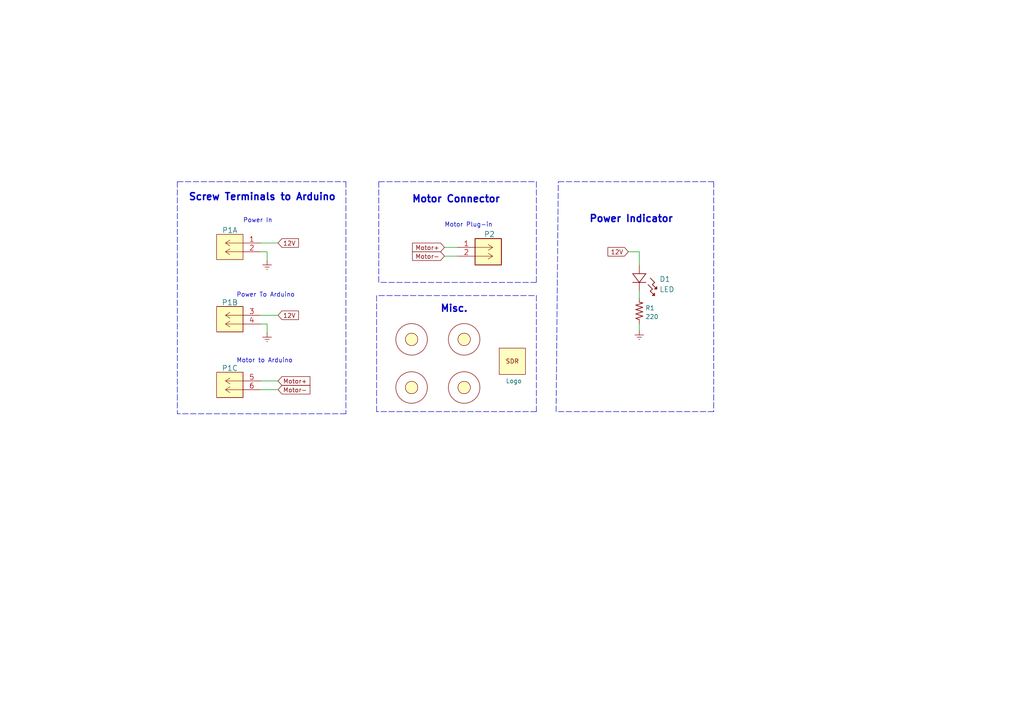
<source format=kicad_sch>
(kicad_sch (version 20211123) (generator eeschema)
  (paper "A4")
  (lib_symbols
    (symbol "Rotisserie_Chicken:282837-6" (pin_names (offset 0.254) hide)
      (property "Reference" "P" (at 8.89 6.35 0))
      (symbol "282837-6_0_1"
        (rectangle (start 5.08 2.54) (end 12.7 -4.826) (stroke (width 0.1524)) (fill (type background)))
      )
      (symbol "282837-6_1_1"
        (polyline (pts (xy 10.16 -2.54) (xy 5.08 -2.54)) (stroke (width 0.127)))
        (polyline (pts (xy 10.16 -2.54) (xy 8.89 -3.3782)) (stroke (width 0.127)))
        (polyline (pts (xy 10.16 -2.54) (xy 8.89 -1.7018)) (stroke (width 0.127)))
        (polyline (pts (xy 10.16 0) (xy 5.08 0)) (stroke (width 0.127)))
        (polyline (pts (xy 10.16 0) (xy 8.89 -0.8382)) (stroke (width 0.127)))
        (polyline (pts (xy 10.16 0) (xy 8.89 0.8382)) (stroke (width 0.127)))
        (pin passive line (at 0 0 0) (length 5.08) (name "5") (number "1"))
        (pin passive line (at 0 -2.54 0) (length 5.08) (name "6") (number "2"))
      )
      (symbol "282837-6_2_1"
        (polyline (pts (xy 5.08 2.54) (xy 5.08 -4.826)) (stroke (width 0.127)))
        (polyline (pts (xy 10.16 -2.54) (xy 5.08 -2.54)) (stroke (width 0.127)))
        (polyline (pts (xy 10.16 -2.54) (xy 8.89 -3.3782)) (stroke (width 0.127)))
        (polyline (pts (xy 10.16 -2.54) (xy 8.89 -1.7018)) (stroke (width 0.127)))
        (polyline (pts (xy 10.16 0) (xy 5.08 0)) (stroke (width 0.127)))
        (polyline (pts (xy 10.16 0) (xy 8.89 -0.8382)) (stroke (width 0.127)))
        (polyline (pts (xy 10.16 0) (xy 8.89 0.8382)) (stroke (width 0.127)))
        (polyline (pts (xy 12.7 -4.826) (xy 12.7 2.54)) (stroke (width 0.127)))
        (polyline (pts (xy 12.7 2.54) (xy 5.08 2.54)) (stroke (width 0.127)))
        (polyline (pts (xy 5.08 -4.826) (xy 8.382 -4.826) (xy 12.7 -4.826)) (stroke (width 0.127)))
        (pin passive line (at 0 0 0) (length 5.08) (name "5") (number "3"))
        (pin passive line (at 0 -2.54 0) (length 5.08) (name "6") (number "4"))
      )
      (symbol "282837-6_3_1"
        (polyline (pts (xy 5.08 2.54) (xy 5.08 -4.826)) (stroke (width 0.127)))
        (polyline (pts (xy 10.16 -2.54) (xy 5.08 -2.54)) (stroke (width 0.127)))
        (polyline (pts (xy 10.16 -2.54) (xy 8.89 -3.3782)) (stroke (width 0.127)))
        (polyline (pts (xy 10.16 -2.54) (xy 8.89 -1.7018)) (stroke (width 0.127)))
        (polyline (pts (xy 10.16 0) (xy 5.08 0)) (stroke (width 0.127)))
        (polyline (pts (xy 10.16 0) (xy 8.89 -0.8382)) (stroke (width 0.127)))
        (polyline (pts (xy 10.16 0) (xy 8.89 0.8382)) (stroke (width 0.127)))
        (polyline (pts (xy 12.7 -4.826) (xy 12.7 2.54)) (stroke (width 0.127)))
        (polyline (pts (xy 12.7 2.54) (xy 5.08 2.54)) (stroke (width 0.127)))
        (polyline (pts (xy 5.08 -4.826) (xy 8.382 -4.826) (xy 12.7 -4.826)) (stroke (width 0.127)))
        (pin passive line (at 0 0 0) (length 5.08) (name "5") (number "5"))
        (pin passive line (at 0 -2.54 0) (length 5.08) (name "6") (number "6"))
      )
    )
    (symbol "Rotisserie_Chicken:647676-2" (pin_names (offset 0.254) hide)
      (property "Reference" "P" (at 6.35 5.08 0))
      (symbol "647676-2_0_0"
        (rectangle (start 5.08 2.54) (end 12.7 -5.08) (stroke (width 0.254)) (fill (type background)))
      )
      (symbol "647676-2_1_1"
        (polyline (pts (xy 5.08 -5.08) (xy 12.7 -5.08)) (stroke (width 0.127)))
        (polyline (pts (xy 5.08 2.54) (xy 5.08 -5.08)) (stroke (width 0.127)))
        (polyline (pts (xy 10.16 -2.54) (xy 5.08 -2.54)) (stroke (width 0.127)))
        (polyline (pts (xy 10.16 -2.54) (xy 8.89 -3.3782)) (stroke (width 0.127)))
        (polyline (pts (xy 10.16 -2.54) (xy 8.89 -1.7018)) (stroke (width 0.127)))
        (polyline (pts (xy 10.16 0) (xy 5.08 0)) (stroke (width 0.127)))
        (polyline (pts (xy 10.16 0) (xy 8.89 -0.8382)) (stroke (width 0.127)))
        (polyline (pts (xy 10.16 0) (xy 8.89 0.8382)) (stroke (width 0.127)))
        (polyline (pts (xy 12.7 -5.08) (xy 12.7 2.54)) (stroke (width 0.127)))
        (polyline (pts (xy 12.7 2.54) (xy 5.08 2.54)) (stroke (width 0.127)))
        (pin passive line (at 0 0 0) (length 5.08) (name "1") (number "1"))
        (pin passive line (at 0 -2.54 0) (length 5.08) (name "2") (number "2"))
      )
    )
    (symbol "Rotisserie_Chicken:Earth" (power) (pin_names (offset 0))
      (symbol "Earth_0_1"
        (polyline (pts (xy -0.635 -1.905) (xy 0.635 -1.905)))
        (polyline (pts (xy -0.127 -2.54) (xy 0.127 -2.54)))
        (polyline (pts (xy 0 -1.27) (xy 0 0)))
        (polyline (pts (xy 1.27 -1.27) (xy -1.27 -1.27)))
      )
      (symbol "Earth_1_1"
        (pin power_in line (at 0 0 270) (length 0) hide (name "Earth") (number "1"))
      )
    )
    (symbol "Rotisserie_Chicken:LED" (pin_numbers hide) (pin_names hide)
      (property "Reference" "D" (at 3.81 5.08 0))
      (property "Value" "LED" (at 11.43 -10.16 0))
      (symbol "LED_1_1"
        (polyline (pts (xy -1.905 0) (xy 1.905 0)) (stroke (width 0.2032)))
        (polyline (pts (xy -1.905 2.54) (xy 0 0)) (stroke (width 0.2032)))
        (polyline (pts (xy 0 0) (xy 0 -1.27)) (stroke (width 0.1524)))
        (polyline (pts (xy 0 0) (xy 1.905 2.54)) (stroke (width 0.2032)))
        (polyline (pts (xy 0 3.175) (xy 0 2.54)) (stroke (width 0.1524)))
        (polyline (pts (xy 0 3.81) (xy 0 2.8702)) (stroke (width 0.1524)))
        (polyline (pts (xy 1.905 2.54) (xy -1.905 2.54)) (stroke (width 0.2032)))
        (polyline (pts (xy 2.54 -0.635) (xy 3.81 -1.905)) (stroke (width 0.2032)))
        (polyline (pts (xy 3.175 -2.54) (xy 4.445 -3.81)) (stroke (width 0.2032)))
        (polyline (pts (xy 3.175 1.27) (xy 4.445 0)) (stroke (width 0.2032)))
        (polyline (pts (xy 3.81 -3.81) (xy 4.445 -3.81)) (stroke (width 0.2032)))
        (polyline (pts (xy 3.81 -1.905) (xy 3.175 -2.54)) (stroke (width 0.2032)))
        (polyline (pts (xy 3.81 -0.635) (xy 5.08 -1.905)) (stroke (width 0.2032)))
        (polyline (pts (xy 4.445 -3.81) (xy 4.445 -3.175)) (stroke (width 0.2032)))
        (polyline (pts (xy 4.445 -3.175) (xy 3.81 -3.81)) (stroke (width 0.2032)))
        (polyline (pts (xy 4.445 -1.905) (xy 5.08 -1.905)) (stroke (width 0.2032)))
        (polyline (pts (xy 4.445 0) (xy 3.81 -0.635)) (stroke (width 0.2032)))
        (polyline (pts (xy 5.08 -1.905) (xy 5.08 -1.27)) (stroke (width 0.2032)))
        (polyline (pts (xy 5.08 -1.27) (xy 4.445 -1.905)) (stroke (width 0.2032)))
        (pin passive line (at 0 -2.54 90) (length 1.27) (name "1") (number "1"))
        (pin passive line (at 0 5.08 270) (length 1.27) (name "2") (number "2"))
      )
    )
    (symbol "Rotisserie_Chicken:Logo" (pin_names (offset 1.016))
      (property "Reference" "LOGO" (at 0 5.08 0))
      (property "Value" "Logo" (at 0 -5.08 0))
      (symbol "Logo_0_0"
        (text "SDR" (at 0 0 0) (effects (font (size 1.27 1.27))))
      )
      (symbol "Logo_0_1"
        (rectangle (start -3.81 3.81) (end 3.81 -3.81) (fill (type background)))
      )
    )
    (symbol "Rotisserie_Chicken:Mounting-Hole" (pin_names (offset 1.016))
      (symbol "Mounting-Hole_0_1"
        (circle (center 0 0) (radius 1.8034) (fill (type background)))
        (circle (center 0 0) (radius 4.572))
      )
    )
    (symbol "Rotisserie_Chicken:RES_0603" (pin_numbers hide) (pin_names (offset 1.016) hide)
      (property "Reference" "R" (at -1.27 1.27 0))
      (property "Value" "RES_0603" (at -3.81 -2.54 0))
      (symbol "RES_0603_0_0"
        (polyline (pts (xy -2.54 0) (xy -2.159 1.016)) (stroke (width 0.2032)))
        (polyline (pts (xy -2.159 1.016) (xy -1.524 -1.016)) (stroke (width 0.2032)))
        (polyline (pts (xy -1.524 -1.016) (xy -0.889 1.016)) (stroke (width 0.2032)))
        (polyline (pts (xy -0.889 1.016) (xy -0.254 -1.016)) (stroke (width 0.2032)))
        (polyline (pts (xy -0.254 -1.016) (xy 0.381 1.016)) (stroke (width 0.2032)))
        (polyline (pts (xy 0.381 1.016) (xy 1.016 -1.016)) (stroke (width 0.2032)))
        (polyline (pts (xy 1.016 -1.016) (xy 1.651 1.016)) (stroke (width 0.2032)))
        (polyline (pts (xy 1.651 1.016) (xy 2.286 -1.016)) (stroke (width 0.2032)))
        (polyline (pts (xy 2.286 -1.016) (xy 2.54 0)) (stroke (width 0.2032)))
        (pin passive line (at -3.81 0 0) (length 1.27) (name "~") (number "1"))
        (pin passive line (at 3.81 0 180) (length 1.27) (name "~") (number "2"))
      )
    )
  )
  (wire (pts (xy 185.42 84.455) (xy 185.42 86.36)))
  (wire (pts (xy 185.42 73.025) (xy 185.42 76.835)))
  (polyline (pts (xy 109.855 52.705) (xy 109.855 81.915)))
  (wire (pts (xy 182.245 73.025) (xy 185.42 73.025)))
  (wire (pts (xy 185.42 93.98) (xy 185.42 95.885)))
  (wire (pts (xy 77.47 73.025) (xy 77.47 75.565)))
  (polyline (pts (xy 100.33 52.705) (xy 100.33 120.015)))
  (polyline (pts (xy 207.01 52.705) (xy 207.01 119.38)))
  (wire (pts (xy 75.565 91.44) (xy 80.645 91.44)))
  (polyline (pts (xy 51.435 52.705) (xy 100.33 52.705)))
  (wire (pts (xy 128.905 74.295) (xy 132.715 74.295)))
  (polyline (pts (xy 109.855 85.725) (xy 155.575 85.725)))
  (polyline (pts (xy 100.33 120.015) (xy 51.435 120.015)))
  (polyline (pts (xy 207.01 119.38) (xy 161.925 119.38)))
  (polyline (pts (xy 51.435 52.705) (xy 51.435 120.015)))
  (polyline (pts (xy 109.855 52.705) (xy 155.575 52.705)))
  (polyline (pts (xy 155.575 52.705) (xy 155.575 81.915)))
  (wire (pts (xy 128.905 71.755) (xy 132.715 71.755)))
  (polyline (pts (xy 109.22 85.725) (xy 109.22 119.38)))
  (polyline (pts (xy 155.575 119.38) (xy 109.22 119.38)))
  (wire (pts (xy 77.47 93.98) (xy 77.47 96.52)))
  (polyline (pts (xy 161.925 52.705) (xy 207.01 52.705)))
  (wire (pts (xy 75.565 113.03) (xy 80.645 113.03)))
  (wire (pts (xy 75.565 73.025) (xy 77.47 73.025)))
  (wire (pts (xy 75.565 93.98) (xy 77.47 93.98)))
  (wire (pts (xy 75.565 110.49) (xy 80.645 110.49)))
  (polyline (pts (xy 155.575 81.915) (xy 109.855 81.915)))
  (polyline (pts (xy 155.575 85.725) (xy 155.575 119.38)))
  (polyline (pts (xy 161.29 119.38) (xy 161.925 52.705)))
  (wire (pts (xy 75.565 70.485) (xy 80.645 70.485)))
  (polyline (pts (xy 161.925 52.705) (xy 161.925 52.705)))
  (text "Motor Plug-in\n" (at 128.905 66.04 0) (effects (font (size 1.27 1.27)) (justify left bottom)))
  (text "Power In" (at 70.485 64.77 0) (effects (font (size 1.27 1.27)) (justify left bottom)))
  (text "Power To Arduino" (at 68.58 86.36 0) (effects (font (size 1.27 1.27)) (justify left bottom)))
  (text "Power Indicator\n" (at 170.815 64.77 0) (effects (font (size 2.032 2.032) (thickness 0.4064) bold) (justify left bottom)))
  (text "Misc." (at 127.635 90.805 0) (effects (font (size 2.032 2.032) (thickness 0.4064) bold) (justify left bottom)))
  (text "Screw Terminals to Arduino" (at 54.61 58.42 0) (effects (font (size 2.032 2.032) (thickness 0.4064) bold) (justify left bottom)))
  (text "Motor to Arduino\n" (at 68.58 105.41 0) (effects (font (size 1.27 1.27)) (justify left bottom)))
  (text "Motor Connector" (at 119.38 59.055 0) (effects (font (size 2.032 2.032) (thickness 0.4064) bold) (justify left bottom)))
  (global_label "Motor+" (shape input) (at 128.905 71.755 180) (property "Intersheet References" "${INTERSHEET_REFS}" (effects hide)))
  (global_label "Motor+" (shape input) (at 80.645 110.49 0) (property "Intersheet References" "${INTERSHEET_REFS}" (effects hide)))
  (global_label "Motor-" (shape input) (at 128.905 74.295 180) (property "Intersheet References" "${INTERSHEET_REFS}" (effects hide)))
  (global_label "12V" (shape input) (at 80.645 91.44 0) (property "Intersheet References" "${INTERSHEET_REFS}" (effects hide)))
  (global_label "12V" (shape input) (at 80.645 70.485 0) (property "Intersheet References" "${INTERSHEET_REFS}" (effects hide)))
  (global_label "12V" (shape input) (at 182.245 73.025 180) (property "Intersheet References" "${INTERSHEET_REFS}" (effects hide)))
  (global_label "Motor-" (shape input) (at 80.645 113.03 0) (property "Intersheet References" "${INTERSHEET_REFS}" (effects hide)))
  (symbol (lib_id "Rotisserie_Chicken:Logo") (at 148.59 104.775 0) (unit 1)
    (property "Reference" "LOGO1" (effects hide))
    (property "Value" "Logo" (at 146.685 110.49 0) (effects (justify left)))
    (property "Footprint" "Rotisserie-Chicken:Logo" (effects hide))
  )
  (symbol (lib_id "Rotisserie_Chicken:647676-2") (at 132.715 71.755 0) (unit 1)
    (property "Reference" "P2" (at 140.335 67.945 0) (effects (font (size 1.524 1.524)) (justify left)))
    (property "Value" "647676-2" (effects hide))
    (property "Footprint" "Rotisserie-Chicken:647676-2" (effects hide))
  )
  (symbol (lib_id "Rotisserie_Chicken:Mounting-Hole") (at 119.38 112.395 0) (unit 1)
    (property "Reference" "H2" (effects hide))
    (property "Value" "Mounting-Hole" (effects hide))
    (property "Footprint" "Rotisserie-Chicken:MountingHole_4.3mm_M4_DIN965" (effects hide))
  )
  (symbol (lib_id "Rotisserie_Chicken:Mounting-Hole") (at 119.38 98.425 0) (unit 1)
    (property "Reference" "H1" (effects hide))
    (property "Value" "Mounting-Hole" (effects hide))
    (property "Footprint" "Rotisserie-Chicken:MountingHole_4.3mm_M4_DIN965" (effects hide))
  )
  (symbol (lib_id "Rotisserie_Chicken:RES_0603") (at 185.42 90.17 90) (unit 1)
    (property "Reference" "R1" (at 187.1726 89.3353 90) (effects (justify right)))
    (property "Value" "220" (at 187.1726 91.8722 90) (effects (justify right)))
    (property "Footprint" "Rotisserie-Chicken:RES_0603" (effects hide))
  )
  (symbol (lib_id "Rotisserie_Chicken:Mounting-Hole") (at 134.62 98.425 0) (unit 1)
    (property "Reference" "H3" (effects hide))
    (property "Value" "Mounting-Hole" (effects hide))
    (property "Footprint" "Rotisserie-Chicken:MountingHole_4.3mm_M4_DIN965" (effects hide))
  )
  (symbol (lib_id "Rotisserie_Chicken:Earth") (at 185.42 95.885 0) (unit 1)
    (property "Reference" "#PWR03" (effects hide))
    (property "Value" "Earth" (effects hide))
  )
  (symbol (lib_id "Rotisserie_Chicken:282837-6") (at 75.565 70.485 0) (mirror y) (unit 1)
    (property "Reference" "P1" (at 66.675 66.7781 0) (effects (font (size 1.524 1.524))))
    (property "Value" "282837-6" (effects hide))
    (property "Footprint" "Rotisserie-Chicken:282837-6" (effects hide))
  )
  (symbol (lib_id "Rotisserie_Chicken:LED") (at 185.42 81.915 0) (unit 1)
    (property "Reference" "D1" (at 191.2366 80.9515 0) (effects (font (size 1.524 1.524)) (justify left)))
    (property "Value" "LED" (at 191.2366 83.9449 0) (effects (font (size 1.524 1.524)) (justify left)))
  )
  (symbol (lib_id "Rotisserie_Chicken:Earth") (at 77.47 75.565 0) (unit 1)
    (property "Reference" "#PWR01" (effects hide))
    (property "Value" "Earth" (effects hide))
  )
  (symbol (lib_id "Rotisserie_Chicken:282837-6") (at 75.565 110.49 0) (mirror y) (unit 3)
    (property "Reference" "P1" (at 66.675 106.7831 0) (effects (font (size 1.524 1.524))))
    (property "Value" "282837-6" (effects hide))
    (property "Footprint" "Rotisserie-Chicken:282837-6" (effects hide))
  )
  (symbol (lib_id "Rotisserie_Chicken:Mounting-Hole") (at 134.62 112.395 0) (unit 1)
    (property "Reference" "H4" (effects hide))
    (property "Value" "Mounting-Hole" (effects hide))
    (property "Footprint" "Rotisserie-Chicken:MountingHole_4.3mm_M4_DIN965" (effects hide))
  )
  (symbol (lib_id "Rotisserie_Chicken:282837-6") (at 75.565 91.44 0) (mirror y) (unit 2)
    (property "Reference" "P1" (at 66.675 87.7331 0) (effects (font (size 1.524 1.524))))
    (property "Value" "282837-6" (effects hide))
    (property "Footprint" "Rotisserie-Chicken:282837-6" (effects hide))
  )
  (symbol (lib_id "Rotisserie_Chicken:Earth") (at 77.47 96.52 0) (unit 1)
    (property "Reference" "#PWR02" (effects hide))
    (property "Value" "Earth" (effects hide))
  )
)
</source>
